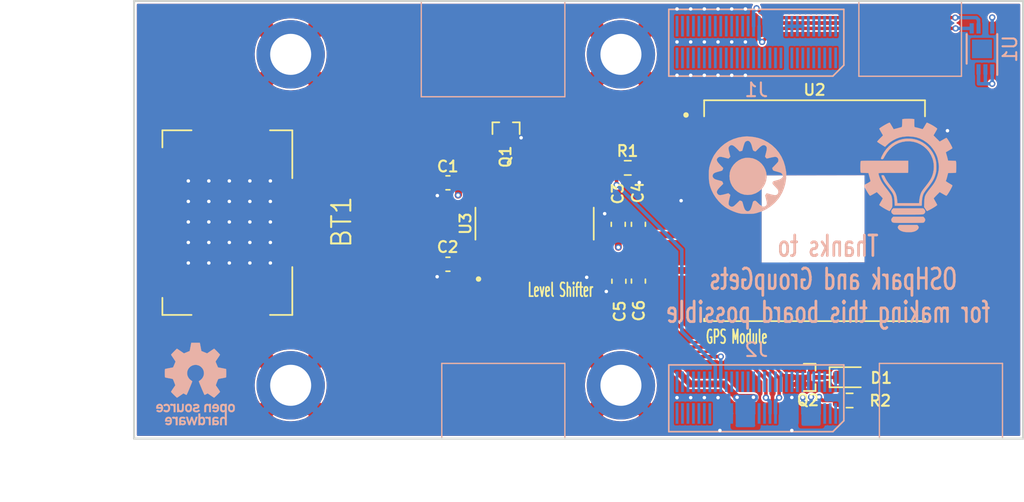
<source format=kicad_pcb>
(kicad_pcb (version 20171130) (host pcbnew 5.1.9-73d0e3b20d~88~ubuntu20.04.1)
  (title_block (title kimchi_ulid) (date 2019-12-15) (rev v0.1) (company GroupGets))
  (layers (0 F.Cu signal) (1 In1.Cu power) (2 In2.Cu power) (31 B.Cu signal) (34 B.Paste user) (35 F.Paste user) (36 B.SilkS user) (37 F.SilkS user) (38 B.Mask user) (39 F.Mask user) (44 Edge.Cuts user))
  (net 0 "")
  (net 1 GND)
  (net 2 VDD_5V)
  (net 3 VDD_1V8)
  (net 4 VDD_3V3)
  (net 5 I2C4_SCL)
  (net 6 I2C4_SDA)
  (net 7 /DISP_CK_P)
  (net 8 /DISP_D2_N)
  (net 9 /DISP_D2_P)
  (net 10 /DISP_D3_N)
  (net 11 /DISP_D3_P)
  (net 12 ECSPI2_MISO)
  (net 13 /CAM_D0_N)
  (net 14 ECSPI2_MOSI)
  (net 15 /CAM_D0_P)
  (net 16 ECSPI2_SS0)
  (net 17 /CAM_D1_N)
  (net 18 ECSPI2_SCLK)
  (net 19 /CAM_D1_P)
  (net 20 ECSPI1_MISO)
  (net 21 /CAM_CK_N)
  (net 22 ECSPI1_MOSI)
  (net 23 /CAM_CK_P)
  (net 24 ECSPI1_SS0)
  (net 25 /CAM_D2_N)
  (net 26 ECSPI1_SCLK)
  (net 27 /CAM_D2_P)
  (net 28 I2C1_SCL)
  (net 29 /CAM_D3_N)
  (net 30 I2C1_SDA)
  (net 31 /CAM_D3_P)
  (net 32 I2C2_SCL)
  (net 33 I2C2_SDA)
  (net 34 UIM_VPP)
  (net 35 I2C3_SCL)
  (net 36 UIM_RESET_N)
  (net 37 I2C3_SDA)
  (net 38 UIM_CLK)
  (net 39 UIM_DATA)
  (net 40 UIM_PWR)
  (net 41 USB2_VBUS)
  (net 42 USB2_ID)
  (net 43 USB2_DN)
  (net 44 USB2_DP)
  (net 45 /DISP_D0_N)
  (net 46 /DISP_D0_P)
  (net 47 /DISP_D1_N)
  (net 48 /DISP_D1_P)
  (net 49 /USDHC3_DATA2)
  (net 50 /DISP_CK_N)
  (net 51 /USDHC3_DATA1)
  (net 52 /USDHC3_DATA0)
  (net 53 /USDHC3_DATA3)
  (net 54 /USDHC3_CLK)
  (net 55 /USDHC3_CMD)
  (net 56 SAI3_TXFS)
  (net 57 SAI3_MCLK)
  (net 58 GPIO1[0])
  (net 59 GPIO1[1])
  (net 60 GPIO1[9])
  (net 61 GPIO1[10])
  (net 62 GPIO1[11])
  (net 63 GPIO1[12])
  (net 64 UART1_TX)
  (net 65 GPIO1[13])
  (net 66 UART1_RX)
  (net 67 GPIO1[14])
  (net 68 UART3_TX)
  (net 69 GPIO1[15])
  (net 70 UART3_RX)
  (net 71 SAI2_RXFS)
  (net 72 SAI2_MCLK)
  (net 73 SAI2_TXC)
  (net 74 SAI2_TXD0)
  (net 75 SAI2_RXC)
  (net 76 SAI2_TXFS)
  (net 77 SAI2_RXD0)
  (net 78 /ENET_TXC)
  (net 79 /ENET_TX_CTL)
  (net 80 "Net-(J2-Pad58)")
  (net 81 /ENET_TD2)
  (net 82 PCIE_USB_D_P)
  (net 83 /ENET_TD3)
  (net 84 PCIE_USB_D_N)
  (net 85 /ENET_TD0)
  (net 86 SAI3_TXC)
  (net 87 /ENET_TD1)
  (net 88 SAI3_TXD)
  (net 89 /ENET_RX_CTL)
  (net 90 SAI3_RXD)
  (net 91 /ENET_RXC)
  (net 92 SAI3_RXFS)
  (net 93 /ENET_RD0)
  (net 94 SAI3_RXC)
  (net 95 /ENET_RD2)
  (net 96 /ENET_RD1)
  (net 97 /ENET_RD3)
  (net 98 /ENET_MDC)
  (net 99 /ENET_MDIO)
  (net 100 "Net-(U2-Pad7)")
  (net 101 "Net-(U2-Pad8)")
  (net 102 "Net-(U2-Pad11)")
  (net 103 "Net-(U3-Pad10)")
  (net 104 "Net-(U3-Pad5)")
  (net 105 RESET)
  (net 106 RESET-GPIO)
  (net 107 1PPS)
  (net 108 /RXD1)
  (net 109 /TXD1)
  (net 110 V_BCKP)
  (net 111 "Net-(D1-Pad1)")
  (net 112 "Net-(D1-Pad2)")
  (module logo:oshpark_logo (layer B.Cu) (at 151.83354 106.75696)
    (fp_text reference G*** hide)
    (fp_text value LOGO hide)
  )
  (module logo:groupgets_logo (layer B.Cu) (at 163.608979 106.75696 180)
    (fp_text reference G*** hide)
    (fp_text value LOGO hide)
  )
  (module Resistor_SMD:R_0603_1608Metric (layer F.Cu) (at 159.32 123.21)
    (fp_text reference R2 (at 2.24 0.02) (layer F.SilkS) (effects (font (size 0.8 0.8))))
    (fp_text value 690 hide)
    (pad 2 smd roundrect (at 0.825 0) (size 0.8 0.95) (layers F.Cu F.Paste F.Mask) (net 112 "Net-(D1-Pad2)"))
    (pad 1 smd roundrect (at -0.825 0) (size 0.8 0.95) (layers F.Cu F.Paste F.Mask) (net 4 VDD_3V3))
  )
  (module LED_SMD:LED_0603_1608Metric (layer F.Cu) (at 159.34 121.51)
    (fp_text reference D1 (at 2.2949 0.0523) (layer F.SilkS) (effects (font (size 0.8 0.8))))
    (fp_text value LED hide)
    (pad 2 smd roundrect (at 0.7875 0) (size 0.875 0.95) (layers F.Cu F.Paste F.Mask) (net 112 "Net-(D1-Pad2)"))
    (pad 1 smd roundrect (at -0.7875 0) (size 0.875 0.95) (layers F.Cu F.Paste F.Mask) (net 111 "Net-(D1-Pad1)"))
  )
  (module gps:SOTFL50P160X85-3N (layer F.Cu) (at 156.4 121.52)
    (fp_text reference Q2 (at -0.1238 1.6785 180) (layer F.SilkS) (effects (font (size 0.8 0.8))))
    (fp_text value DTC143ZEBTL hide)
    (pad 3 smd rect (at 0.66 0) (size 0.81 0.35) (layers F.Cu F.Paste F.Mask) (net 111 "Net-(D1-Pad1)"))
    (pad 2 smd rect (at -0.66 0.5) (size 0.81 0.35) (layers F.Cu F.Paste F.Mask) (net 1 GND))
    (pad 1 smd rect (at -0.66 -0.5) (size 0.81 0.35) (layers F.Cu F.Paste F.Mask) (net 107 1PPS))
  )
  (module gps:SOTFL50P160X85-3N (layer F.Cu) (at 134.2 103.3 90)
    (fp_text reference Q1 (at -2.09 -0.04 90) (layer F.SilkS) (effects (font (size 0.8 0.8))))
    (fp_text value DTC143ZEBTL hide)
    (pad 3 smd rect (at 0.66 0 90) (size 0.81 0.35) (layers F.Cu F.Paste F.Mask) (net 105 RESET))
    (pad 2 smd rect (at -0.66 0.5 90) (size 0.81 0.35) (layers F.Cu F.Paste F.Mask) (net 1 GND))
    (pad 1 smd rect (at -0.66 -0.5 90) (size 0.81 0.35) (layers F.Cu F.Paste F.Mask) (net 106 RESET-GPIO))
  )
  (module Resistor_SMD:R_0603_1608Metric (layer F.Cu) (at 143.1 106.2)
    (fp_text reference R1 (at -0.02 -1.23 180) (layer F.SilkS) (effects (font (size 0.8 0.8))))
    (fp_text value 10K hide)
    (pad 2 smd roundrect (at 0.825 0) (size 0.8 0.95) (layers F.Cu F.Paste F.Mask) (net 1 GND))
    (pad 1 smd roundrect (at -0.825 0) (size 0.8 0.95) (layers F.Cu F.Paste F.Mask) (net 67 GPIO1[14]))
  )
  (module Capacitor_SMD:C_0603_1608Metric (layer F.Cu) (at 143.88 114.48 270)
    (fp_text reference C6 (at 2.16 -0.03 90) (layer F.SilkS) (effects (font (size 0.8 0.8))))
    (fp_text value 100n hide)
    (pad 2 smd roundrect (at 0.775 0 270) (size 0.9 0.95) (layers F.Cu F.Paste F.Mask) (net 1 GND))
    (pad 1 smd roundrect (at -0.775 0 270) (size 0.9 0.95) (layers F.Cu F.Paste F.Mask) (net 110 V_BCKP))
  )
  (module Capacitor_SMD:C_0603_1608Metric (layer F.Cu) (at 142.45 114.49 270)
    (fp_text reference C5 (at 2.21 -0.06 90) (layer F.SilkS) (effects (font (size 0.8 0.8))))
    (fp_text value 4,7uF hide)
    (pad 2 smd roundrect (at 0.775 0 270) (size 0.9 0.95) (layers F.Cu F.Paste F.Mask) (net 1 GND))
    (pad 1 smd roundrect (at -0.775 0 270) (size 0.9 0.95) (layers F.Cu F.Paste F.Mask) (net 110 V_BCKP))
  )
  (module Capacitor_SMD:C_0603_1608Metric (layer F.Cu) (at 143.8779 110.3279 90)
    (fp_text reference C4 (at 2.3279 -0.0379 270) (layer F.SilkS) (effects (font (size 0.8 0.8))))
    (fp_text value 100n hide)
    (pad 2 smd roundrect (at 0.775 0 90) (size 0.9 0.95) (layers F.Cu F.Paste F.Mask) (net 1 GND))
    (pad 1 smd roundrect (at -0.775 0 90) (size 0.9 0.95) (layers F.Cu F.Paste F.Mask) (net 4 VDD_3V3))
  )
  (module Capacitor_SMD:C_0603_1608Metric (layer F.Cu) (at 142.4047 110.3285 90)
    (fp_text reference C3 (at 2.2485 -0.0347 270) (layer F.SilkS) (effects (font (size 0.8 0.8))))
    (fp_text value 10uF hide)
    (pad 2 smd roundrect (at 0.775 0 90) (size 0.9 0.95) (layers F.Cu F.Paste F.Mask) (net 1 GND))
    (pad 1 smd roundrect (at -0.775 0 90) (size 0.9 0.95) (layers F.Cu F.Paste F.Mask) (net 4 VDD_3V3))
  )
  (module Capacitor_SMD:C_0603_1608Metric (layer F.Cu) (at 129.9489 113.2492 180)
    (fp_text reference C2 (at 0.0189 1.2592) (layer F.SilkS) (effects (font (size 0.8 0.8))))
    (fp_text value 100n hide)
    (pad 2 smd roundrect (at 0.775 0 180) (size 0.9 0.95) (layers F.Cu F.Paste F.Mask) (net 1 GND))
    (pad 1 smd roundrect (at -0.775 0 180) (size 0.9 0.95) (layers F.Cu F.Paste F.Mask) (net 3 VDD_1V8))
  )
  (module Capacitor_SMD:C_0603_1608Metric (layer F.Cu) (at 129.9486 107.2929 180)
    (fp_text reference C1 (at 0.0124 1.1938) (layer F.SilkS) (effects (font (size 0.8 0.8))))
    (fp_text value 100n hide)
    (pad 2 smd roundrect (at 0.775 0 180) (size 0.9 0.95) (layers F.Cu F.Paste F.Mask) (net 1 GND))
    (pad 1 smd roundrect (at -0.775 0 180) (size 0.9 0.95) (layers F.Cu F.Paste F.Mask) (net 4 VDD_3V3))
  )
  (module gps:BAT_BAT-HLD-012-SMT (layer F.Cu) (at 114.0187 110.204 270)
    (fp_text reference BT1 (at -0.044 -8.1513 90) (layer F.SilkS) (effects (font (size 1.4 1.4))))
    (fp_text value BAT-HLD-012-SMT hide)
    (pad P2 smd rect (at 7.65 -0.05 270) (size 2.5 5.1) (layers F.Cu F.Paste F.Mask) (net 110 V_BCKP))
    (pad P1 smd rect (at -7.65 -0.05 270) (size 2.5 5.1) (layers F.Cu F.Paste F.Mask) (net 110 V_BCKP))
    (pad N smd circle (at 0 0 270) (size 10.2 10.2) (layers F.Cu F.Mask) (net 1 GND))
  )
  (module gps:SOIC127P600X175-14N (layer F.Cu) (at 136.2862 110.2789 90)
    (fp_text reference U3 (at 0.0015 -5.0546 90) (layer F.SilkS) (effects (font (size 0.8 0.8))))
    (fp_text value TXS0104ED hide)
    (pad 14 smd rect (at 2.475 -3.81 90) (size 1.97 0.6) (layers F.Cu F.Paste F.Mask) (net 4 VDD_3V3))
    (pad 13 smd rect (at 2.475 -2.54 90) (size 1.97 0.6) (layers F.Cu F.Paste F.Mask) (net 106 RESET-GPIO))
    (pad 12 smd rect (at 2.475 -1.27 90) (size 1.97 0.6) (layers F.Cu F.Paste F.Mask) (net 108 /RXD1))
    (pad 11 smd rect (at 2.475 0 90) (size 1.97 0.6) (layers F.Cu F.Paste F.Mask) (net 109 /TXD1))
    (pad 10 smd rect (at 2.475 1.27 90) (size 1.97 0.6) (layers F.Cu F.Paste F.Mask) (net 103 "Net-(U3-Pad10)"))
    (pad 9 smd rect (at 2.475 2.54 90) (size 1.97 0.6) (layers F.Cu F.Paste F.Mask))
    (pad 8 smd rect (at 2.475 3.81 90) (size 1.97 0.6) (layers F.Cu F.Paste F.Mask) (net 67 GPIO1[14]))
    (pad 7 smd rect (at -2.475 3.81 90) (size 1.97 0.6) (layers F.Cu F.Paste F.Mask) (net 1 GND))
    (pad 6 smd rect (at -2.475 2.54 90) (size 1.97 0.6) (layers F.Cu F.Paste F.Mask))
    (pad 5 smd rect (at -2.475 1.27 90) (size 1.97 0.6) (layers F.Cu F.Paste F.Mask) (net 104 "Net-(U3-Pad5)"))
    (pad 4 smd rect (at -2.475 0 90) (size 1.97 0.6) (layers F.Cu F.Paste F.Mask) (net 70 UART3_RX))
    (pad 3 smd rect (at -2.475 -1.27 90) (size 1.97 0.6) (layers F.Cu F.Paste F.Mask) (net 68 UART3_TX))
    (pad 2 smd rect (at -2.475 -2.54 90) (size 1.97 0.6) (layers F.Cu F.Paste F.Mask) (net 69 GPIO1[15]))
    (pad 1 smd rect (at -2.475 -3.81 90) (size 1.97 0.6) (layers F.Cu F.Paste F.Mask) (net 3 VDD_1V8))
  )
  (module gps:XCVR_L80RE-M37 (layer F.Cu) (at 156.7586 109.8329)
    (fp_text reference U2 (at 0 -9.3345) (layer F.SilkS) (effects (font (size 0.8 0.8))))
    (fp_text value L80RE-M37 hide)
    (pad 7 smd oval (at 7.75 6.35) (size 2.5 1) (layers F.Cu F.Mask) (net 100 "Net-(U2-Pad7)"))
    (pad 8 smd oval (at 7.75 3.81) (size 2.5 1) (layers F.Cu F.Mask) (net 101 "Net-(U2-Pad8)"))
    (pad 9 smd oval (at 7.75 1.27) (size 2.5 1) (layers F.Cu F.Mask))
    (pad 12 smd oval (at 7.75 -6.35) (size 2.5 1) (layers F.Cu F.Mask) (net 1 GND))
    (pad 11 smd oval (at 7.75 -3.81) (size 2.5 1) (layers F.Cu F.Mask) (net 102 "Net-(U2-Pad11)"))
    (pad 6 smd oval (at -7.75 6.35) (size 2.5 1) (layers F.Cu F.Mask) (net 107 1PPS))
    (pad 5 smd oval (at -7.75 3.81) (size 2.5 1) (layers F.Cu F.Mask) (net 110 V_BCKP))
    (pad 1 smd oval (at -7.75 -6.35) (size 2.5 1) (layers F.Cu F.Mask) (net 108 /RXD1))
    (pad 2 smd oval (at -7.75 -3.81) (size 2.5 1) (layers F.Cu F.Mask) (net 109 /TXD1))
    (pad 4 smd oval (at -7.75 1.27) (size 2.5 1) (layers F.Cu F.Mask) (net 4 VDD_3V3))
    (pad 10 smd oval (at 7.75 -1.27) (size 2.5 1) (layers F.Cu F.Mask) (net 105 RESET))
    (pad 3 smd oval (at -7.75 -1.27) (size 2.5 1) (layers F.Cu F.Mask) (net 1 GND))
  )
  (module kimchi_ulid:MountingHole_3mm_Pad (layer F.Cu) (at 142.6 122.1)
    (fp_text reference H4 hide)
    (fp_text value MountingHole_Pad hide)
    (pad 1 thru_hole circle (at 0 0) (size 5 5) (drill 3) (layers *.Cu *.Mask) (net 1 GND))
  )
  (module kimchi_ulid:MountingHole_3mm_Pad (layer F.Cu) (at 142.6 97.9)
    (fp_text reference H3 hide)
    (fp_text value MountingHole_Pad hide)
    (pad 1 thru_hole circle (at 0 0) (size 5 5) (drill 3) (layers *.Cu *.Mask) (net 1 GND))
  )
  (module kimchi_ulid:MountingHole_3mm_Pad (layer F.Cu) (at 118.45 122.1)
    (fp_text reference H2 hide)
    (fp_text value MountingHole_Pad hide)
    (pad 1 thru_hole circle (at 0 0) (size 5 5) (drill 3) (layers *.Cu *.Mask) (net 1 GND))
  )
  (module kimchi_ulid:MountingHole_3mm_Pad (layer F.Cu) (at 118.45 97.9)
    (fp_text reference H1 hide)
    (fp_text value MountingHole_Pad hide)
    (pad 1 thru_hole circle (at 0 0) (size 5 5) (drill 3) (layers *.Cu *.Mask) (net 1 GND))
  )
  (module "kimchi_ulid:DF40HC(3.5)-60DS" (layer B.Cu) (at 152.5 123 180)
    (fp_text reference J2 (at 0 3.5 180) (layer B.SilkS) (effects (justify mirror)))
    (fp_text value "DF40HC(3.5)-60DS" hide)
    (pad 36 smd rect (at 3.8 -1.16 180) (size 0.2 1.5) (layers B.Cu B.Paste B.Mask) (net 56 SAI3_TXFS))
    (pad 37 smd rect (at 3.4 -1.16 180) (size 0.2 1.5) (layers B.Cu B.Paste B.Mask) (net 57 SAI3_MCLK))
    (pad 38 smd rect (at 3 -1.16 180) (size 0.2 1.5) (layers B.Cu B.Paste B.Mask) (net 1 GND))
    (pad 39 smd rect (at 2.6 -1.16 180) (size 0.2 1.5) (layers B.Cu B.Paste B.Mask) (net 1 GND))
    (pad 40 smd rect (at 2.2 -1.16 180) (size 0.2 1.5) (layers B.Cu B.Paste B.Mask) (net 1 GND))
    (pad 30 smd rect (at 5.8 1.16 180) (size 0.2 1.5) (layers B.Cu B.Paste B.Mask) (net 58 GPIO1[0]))
    (pad 41 smd rect (at 1.8 -1.16 180) (size 0.2 1.5) (layers B.Cu B.Paste B.Mask) (net 1 GND))
    (pad 29 smd rect (at 5.4 1.16 180) (size 0.2 1.5) (layers B.Cu B.Paste B.Mask) (net 59 GPIO1[1]))
    (pad 42 smd rect (at 1.4 -1.16 180) (size 0.2 1.5) (layers B.Cu B.Paste B.Mask) (net 3 VDD_1V8))
    (pad 28 smd rect (at 5 1.16 180) (size 0.2 1.5) (layers B.Cu B.Paste B.Mask) (net 60 GPIO1[9]))
    (pad 43 smd rect (at 1 -1.16 180) (size 0.2 1.5) (layers B.Cu B.Paste B.Mask) (net 3 VDD_1V8))
    (pad 27 smd rect (at 4.6 1.16 180) (size 0.2 1.5) (layers B.Cu B.Paste B.Mask) (net 61 GPIO1[10]))
    (pad 44 smd rect (at 0.6 -1.16 180) (size 0.2 1.5) (layers B.Cu B.Paste B.Mask) (net 3 VDD_1V8))
    (pad 26 smd rect (at 4.2 1.16 180) (size 0.2 1.5) (layers B.Cu B.Paste B.Mask) (net 62 GPIO1[11]))
    (pad 45 smd rect (at 0.2 -1.16 180) (size 0.2 1.5) (layers B.Cu B.Paste B.Mask) (net 3 VDD_1V8))
    (pad 25 smd rect (at 3.8 1.16 180) (size 0.2 1.5) (layers B.Cu B.Paste B.Mask) (net 63 GPIO1[12]))
    (pad 46 smd rect (at -0.2 -1.16 180) (size 0.2 1.5) (layers B.Cu B.Paste B.Mask) (net 64 UART1_TX))
    (pad 24 smd rect (at 3.4 1.16 180) (size 0.2 1.5) (layers B.Cu B.Paste B.Mask) (net 65 GPIO1[13]))
    (pad 47 smd rect (at -0.6 -1.16 180) (size 0.2 1.5) (layers B.Cu B.Paste B.Mask) (net 66 UART1_RX))
    (pad 23 smd rect (at 3 1.16 180) (size 0.2 1.5) (layers B.Cu B.Paste B.Mask) (net 67 GPIO1[14]))
    (pad 48 smd rect (at -1 -1.16 180) (size 0.2 1.5) (layers B.Cu B.Paste B.Mask) (net 68 UART3_TX))
    (pad 22 smd rect (at 2.6 1.16 180) (size 0.2 1.5) (layers B.Cu B.Paste B.Mask) (net 69 GPIO1[15]))
    (pad 49 smd rect (at -1.4 -1.16 180) (size 0.2 1.5) (layers B.Cu B.Paste B.Mask) (net 70 UART3_RX))
    (pad 21 smd rect (at 2.2 1.16 180) (size 0.2 1.5) (layers B.Cu B.Paste B.Mask) (net 71 SAI2_RXFS))
    (pad 50 smd rect (at -1.8 -1.16 180) (size 0.2 1.5) (layers B.Cu B.Paste B.Mask) (net 1 GND))
    (pad 20 smd rect (at 1.8 1.16 180) (size 0.2 1.5) (layers B.Cu B.Paste B.Mask) (net 72 SAI2_MCLK))
    (pad 51 smd rect (at -2.2 -1.16 180) (size 0.2 1.5) (layers B.Cu B.Paste B.Mask) (net 1 GND))
    (pad 19 smd rect (at 1.4 1.16 180) (size 0.2 1.5) (layers B.Cu B.Paste B.Mask) (net 73 SAI2_TXC))
    (pad 52 smd rect (at -2.6 -1.16 180) (size 0.2 1.5) (layers B.Cu B.Paste B.Mask) (net 1 GND))
    (pad 18 smd rect (at 1 1.16 180) (size 0.2 1.5) (layers B.Cu B.Paste B.Mask) (net 74 SAI2_TXD0))
    (pad 53 smd rect (at -3 -1.16 180) (size 0.2 1.5) (layers B.Cu B.Paste B.Mask) (net 1 GND))
    (pad 17 smd rect (at 0.6 1.16 180) (size 0.2 1.5) (layers B.Cu B.Paste B.Mask) (net 75 SAI2_RXC))
    (pad 54 smd rect (at -3.4 -1.16 180) (size 0.2 1.5) (layers B.Cu B.Paste B.Mask) (net 4 VDD_3V3))
    (pad 16 smd rect (at 0.2 1.16 180) (size 0.2 1.5) (layers B.Cu B.Paste B.Mask) (net 76 SAI2_TXFS))
    (pad 55 smd rect (at -3.8 -1.16 180) (size 0.2 1.5) (layers B.Cu B.Paste B.Mask) (net 4 VDD_3V3))
    (pad 15 smd rect (at -0.2 1.16 180) (size 0.2 1.5) (layers B.Cu B.Paste B.Mask) (net 77 SAI2_RXD0))
    (pad 56 smd rect (at -4.2 -1.16 180) (size 0.2 1.5) (layers B.Cu B.Paste B.Mask) (net 4 VDD_3V3))
    (pad 14 smd rect (at -0.6 1.16 180) (size 0.2 1.5) (layers B.Cu B.Paste B.Mask) (net 78 /ENET_TXC))
    (pad 57 smd rect (at -4.6 -1.16 180) (size 0.2 1.5) (layers B.Cu B.Paste B.Mask) (net 4 VDD_3V3))
    (pad 13 smd rect (at -1 1.16 180) (size 0.2 1.5) (layers B.Cu B.Paste B.Mask) (net 79 /ENET_TX_CTL))
    (pad 58 smd rect (at -5 -1.16 180) (size 0.2 1.5) (layers B.Cu B.Paste B.Mask) (net 80 "Net-(J2-Pad58)"))
    (pad 12 smd rect (at -1.4 1.16 180) (size 0.2 1.5) (layers B.Cu B.Paste B.Mask) (net 81 /ENET_TD2))
    (pad 59 smd rect (at -5.4 -1.16 180) (size 0.2 1.5) (layers B.Cu B.Paste B.Mask) (net 82 PCIE_USB_D_P))
    (pad 11 smd rect (at -1.8 1.16 180) (size 0.2 1.5) (layers B.Cu B.Paste B.Mask) (net 83 /ENET_TD3))
    (pad 60 smd rect (at -5.8 -1.16 180) (size 0.2 1.5) (layers B.Cu B.Paste B.Mask) (net 84 PCIE_USB_D_N))
    (pad 10 smd rect (at -2.2 1.16 180) (size 0.2 1.5) (layers B.Cu B.Paste B.Mask) (net 85 /ENET_TD0))
    (pad 31 smd rect (at 5.8 -1.16 180) (size 0.2 1.5) (layers B.Cu B.Paste B.Mask) (net 86 SAI3_TXC))
    (pad 9 smd rect (at -2.6 1.16 180) (size 0.2 1.5) (layers B.Cu B.Paste B.Mask) (net 87 /ENET_TD1))
    (pad 32 smd rect (at 5.4 -1.16 180) (size 0.2 1.5) (layers B.Cu B.Paste B.Mask) (net 88 SAI3_TXD))
    (pad 8 smd rect (at -3 1.16 180) (size 0.2 1.5) (layers B.Cu B.Paste B.Mask) (net 89 /ENET_RX_CTL))
    (pad 33 smd rect (at 5 -1.16 180) (size 0.2 1.5) (layers B.Cu B.Paste B.Mask) (net 90 SAI3_RXD))
    (pad 7 smd rect (at -3.4 1.16 180) (size 0.2 1.5) (layers B.Cu B.Paste B.Mask) (net 91 /ENET_RXC))
    (pad 34 smd rect (at 4.6 -1.16 180) (size 0.2 1.5) (layers B.Cu B.Paste B.Mask) (net 92 SAI3_RXFS))
    (pad 6 smd rect (at -3.8 1.16 180) (size 0.2 1.5) (layers B.Cu B.Paste B.Mask) (net 93 /ENET_RD0))
    (pad 35 smd rect (at 4.2 -1.16 180) (size 0.2 1.5) (layers B.Cu B.Paste B.Mask) (net 94 SAI3_RXC))
    (pad 5 smd rect (at -4.2 1.16 180) (size 0.2 1.5) (layers B.Cu B.Paste B.Mask) (net 95 /ENET_RD2))
    (pad 4 smd rect (at -4.6 1.16 180) (size 0.2 1.5) (layers B.Cu B.Paste B.Mask) (net 96 /ENET_RD1))
    (pad 3 smd rect (at -5 1.16 180) (size 0.2 1.5) (layers B.Cu B.Paste B.Mask) (net 97 /ENET_RD3))
    (pad 2 smd rect (at -5.4 1.16 180) (size 0.2 1.5) (layers B.Cu B.Paste B.Mask) (net 98 /ENET_MDC))
    (pad 1 smd rect (at -5.8 1.16 180) (size 0.2 1.5) (layers B.Cu B.Paste B.Mask) (net 99 /ENET_MDIO))
  )
  (module "kimchi_ulid:DF40HC(3.5)-60DS" (layer B.Cu) (at 152.5 97 180)
    (fp_text reference J1 (at 0 -3.5) (layer B.SilkS) (effects (justify mirror)))
    (fp_text value "DF40HC(3.5)-60DS" hide)
    (pad 36 smd rect (at 3.8 -1.16 180) (size 0.2 1.5) (layers B.Cu B.Paste B.Mask) (net 7 /DISP_CK_P))
    (pad 37 smd rect (at 3.4 -1.16 180) (size 0.2 1.5) (layers B.Cu B.Paste B.Mask) (net 8 /DISP_D2_N))
    (pad 38 smd rect (at 3 -1.16 180) (size 0.2 1.5) (layers B.Cu B.Paste B.Mask) (net 9 /DISP_D2_P))
    (pad 39 smd rect (at 2.6 -1.16 180) (size 0.2 1.5) (layers B.Cu B.Paste B.Mask) (net 10 /DISP_D3_N))
    (pad 40 smd rect (at 2.2 -1.16 180) (size 0.2 1.5) (layers B.Cu B.Paste B.Mask) (net 11 /DISP_D3_P))
    (pad 30 smd rect (at 5.8 1.16 180) (size 0.2 1.5) (layers B.Cu B.Paste B.Mask) (net 12 ECSPI2_MISO))
    (pad 41 smd rect (at 1.8 -1.16 180) (size 0.2 1.5) (layers B.Cu B.Paste B.Mask) (net 13 /CAM_D0_N))
    (pad 29 smd rect (at 5.4 1.16 180) (size 0.2 1.5) (layers B.Cu B.Paste B.Mask) (net 14 ECSPI2_MOSI))
    (pad 42 smd rect (at 1.4 -1.16 180) (size 0.2 1.5) (layers B.Cu B.Paste B.Mask) (net 15 /CAM_D0_P))
    (pad 28 smd rect (at 5 1.16 180) (size 0.2 1.5) (layers B.Cu B.Paste B.Mask) (net 16 ECSPI2_SS0))
    (pad 43 smd rect (at 1 -1.16 180) (size 0.2 1.5) (layers B.Cu B.Paste B.Mask) (net 17 /CAM_D1_N))
    (pad 27 smd rect (at 4.6 1.16 180) (size 0.2 1.5) (layers B.Cu B.Paste B.Mask) (net 18 ECSPI2_SCLK))
    (pad 44 smd rect (at 0.6 -1.16 180) (size 0.2 1.5) (layers B.Cu B.Paste B.Mask) (net 19 /CAM_D1_P))
    (pad 26 smd rect (at 4.2 1.16 180) (size 0.2 1.5) (layers B.Cu B.Paste B.Mask) (net 20 ECSPI1_MISO))
    (pad 45 smd rect (at 0.2 -1.16 180) (size 0.2 1.5) (layers B.Cu B.Paste B.Mask) (net 21 /CAM_CK_N))
    (pad 25 smd rect (at 3.8 1.16 180) (size 0.2 1.5) (layers B.Cu B.Paste B.Mask) (net 22 ECSPI1_MOSI))
    (pad 46 smd rect (at -0.2 -1.16 180) (size 0.2 1.5) (layers B.Cu B.Paste B.Mask) (net 23 /CAM_CK_P))
    (pad 24 smd rect (at 3.4 1.16 180) (size 0.2 1.5) (layers B.Cu B.Paste B.Mask) (net 24 ECSPI1_SS0))
    (pad 47 smd rect (at -0.6 -1.16 180) (size 0.2 1.5) (layers B.Cu B.Paste B.Mask) (net 25 /CAM_D2_N))
    (pad 23 smd rect (at 3 1.16 180) (size 0.2 1.5) (layers B.Cu B.Paste B.Mask) (net 26 ECSPI1_SCLK))
    (pad 48 smd rect (at -1 -1.16 180) (size 0.2 1.5) (layers B.Cu B.Paste B.Mask) (net 27 /CAM_D2_P))
    (pad 22 smd rect (at 2.6 1.16 180) (size 0.2 1.5) (layers B.Cu B.Paste B.Mask) (net 28 I2C1_SCL))
    (pad 49 smd rect (at -1.4 -1.16 180) (size 0.2 1.5) (layers B.Cu B.Paste B.Mask) (net 29 /CAM_D3_N))
    (pad 21 smd rect (at 2.2 1.16 180) (size 0.2 1.5) (layers B.Cu B.Paste B.Mask) (net 30 I2C1_SDA))
    (pad 50 smd rect (at -1.8 -1.16 180) (size 0.2 1.5) (layers B.Cu B.Paste B.Mask) (net 31 /CAM_D3_P))
    (pad 20 smd rect (at 1.8 1.16 180) (size 0.2 1.5) (layers B.Cu B.Paste B.Mask) (net 32 I2C2_SCL))
    (pad 51 smd rect (at -2.2 -1.16 180) (size 0.2 1.5) (layers B.Cu B.Paste B.Mask) (net 1 GND))
    (pad 19 smd rect (at 1.4 1.16 180) (size 0.2 1.5) (layers B.Cu B.Paste B.Mask) (net 33 I2C2_SDA))
    (pad 52 smd rect (at -2.6 -1.16 180) (size 0.2 1.5) (layers B.Cu B.Paste B.Mask) (net 34 UIM_VPP))
    (pad 18 smd rect (at 1 1.16 180) (size 0.2 1.5) (layers B.Cu B.Paste B.Mask) (net 35 I2C3_SCL))
    (pad 53 smd rect (at -3 -1.16 180) (size 0.2 1.5) (layers B.Cu B.Paste B.Mask) (net 36 UIM_RESET_N))
    (pad 17 smd rect (at 0.6 1.16 180) (size 0.2 1.5) (layers B.Cu B.Paste B.Mask) (net 37 I2C3_SDA))
    (pad 54 smd rect (at -3.4 -1.16 180) (size 0.2 1.5) (layers B.Cu B.Paste B.Mask) (net 38 UIM_CLK))
    (pad 16 smd rect (at 0.2 1.16 180) (size 0.2 1.5) (layers B.Cu B.Paste B.Mask) (net 5 I2C4_SCL))
    (pad 55 smd rect (at -3.8 -1.16 180) (size 0.2 1.5) (layers B.Cu B.Paste B.Mask) (net 39 UIM_DATA))
    (pad 15 smd rect (at -0.2 1.16 180) (size 0.2 1.5) (layers B.Cu B.Paste B.Mask) (net 6 I2C4_SDA))
    (pad 56 smd rect (at -4.2 -1.16 180) (size 0.2 1.5) (layers B.Cu B.Paste B.Mask) (net 40 UIM_PWR))
    (pad 14 smd rect (at -0.6 1.16 180) (size 0.2 1.5) (layers B.Cu B.Paste B.Mask) (net 1 GND))
    (pad 57 smd rect (at -4.6 -1.16 180) (size 0.2 1.5) (layers B.Cu B.Paste B.Mask) (net 41 USB2_VBUS))
    (pad 13 smd rect (at -1 1.16 180) (size 0.2 1.5) (layers B.Cu B.Paste B.Mask) (net 1 GND))
    (pad 58 smd rect (at -5 -1.16 180) (size 0.2 1.5) (layers B.Cu B.Paste B.Mask) (net 42 USB2_ID))
    (pad 12 smd rect (at -1.4 1.16 180) (size 0.2 1.5) (layers B.Cu B.Paste B.Mask) (net 1 GND))
    (pad 59 smd rect (at -5.4 -1.16 180) (size 0.2 1.5) (layers B.Cu B.Paste B.Mask) (net 43 USB2_DN))
    (pad 11 smd rect (at -1.8 1.16 180) (size 0.2 1.5) (layers B.Cu B.Paste B.Mask) (net 1 GND))
    (pad 60 smd rect (at -5.8 -1.16 180) (size 0.2 1.5) (layers B.Cu B.Paste B.Mask) (net 44 USB2_DP))
    (pad 10 smd rect (at -2.2 1.16 180) (size 0.2 1.5) (layers B.Cu B.Paste B.Mask) (net 2 VDD_5V))
    (pad 31 smd rect (at 5.8 -1.16 180) (size 0.2 1.5) (layers B.Cu B.Paste B.Mask) (net 45 /DISP_D0_N))
    (pad 9 smd rect (at -2.6 1.16 180) (size 0.2 1.5) (layers B.Cu B.Paste B.Mask) (net 2 VDD_5V))
    (pad 32 smd rect (at 5.4 -1.16 180) (size 0.2 1.5) (layers B.Cu B.Paste B.Mask) (net 46 /DISP_D0_P))
    (pad 8 smd rect (at -3 1.16 180) (size 0.2 1.5) (layers B.Cu B.Paste B.Mask) (net 2 VDD_5V))
    (pad 33 smd rect (at 5 -1.16 180) (size 0.2 1.5) (layers B.Cu B.Paste B.Mask) (net 47 /DISP_D1_N))
    (pad 7 smd rect (at -3.4 1.16 180) (size 0.2 1.5) (layers B.Cu B.Paste B.Mask) (net 2 VDD_5V))
    (pad 34 smd rect (at 4.6 -1.16 180) (size 0.2 1.5) (layers B.Cu B.Paste B.Mask) (net 48 /DISP_D1_P))
    (pad 6 smd rect (at -3.8 1.16 180) (size 0.2 1.5) (layers B.Cu B.Paste B.Mask) (net 49 /USDHC3_DATA2))
    (pad 35 smd rect (at 4.2 -1.16 180) (size 0.2 1.5) (layers B.Cu B.Paste B.Mask) (net 50 /DISP_CK_N))
    (pad 5 smd rect (at -4.2 1.16 180) (size 0.2 1.5) (layers B.Cu B.Paste B.Mask) (net 51 /USDHC3_DATA1))
    (pad 4 smd rect (at -4.6 1.16 180) (size 0.2 1.5) (layers B.Cu B.Paste B.Mask) (net 52 /USDHC3_DATA0))
    (pad 3 smd rect (at -5 1.16 180) (size 0.2 1.5) (layers B.Cu B.Paste B.Mask) (net 53 /USDHC3_DATA3))
    (pad 2 smd rect (at -5.4 1.16 180) (size 0.2 1.5) (layers B.Cu B.Paste B.Mask) (net 54 /USDHC3_CLK))
    (pad 1 smd rect (at -5.8 1.16 180) (size 0.2 1.5) (layers B.Cu B.Paste B.Mask) (net 55 /USDHC3_CMD))
  )
  (module Package_DFN_QFN:DFN-8-1EP_3x2mm_P0.5mm_EP1.36x1.46mm (layer B.Cu) (at 169 97.5 90)
    (fp_text reference U1 (at 0 2.05 270) (layer B.SilkS) (effects (justify mirror)))
    (fp_text value 24C32 hide)
    (pad 9 smd rect (at 0 0 90) (size 1.36 1.46) (layers B.Cu B.Mask))
    (pad 8 smd rect (at 1.5 0.75 90) (size 0.75 0.3) (layers B.Cu B.Paste B.Mask) (net 4 VDD_3V3))
    (pad 7 smd rect (at 1.5 0.25 90) (size 0.75 0.3) (layers B.Cu B.Paste B.Mask) (net 1 GND))
    (pad 6 smd rect (at 1.5 -0.25 90) (size 0.75 0.3) (layers B.Cu B.Paste B.Mask) (net 5 I2C4_SCL))
    (pad 5 smd rect (at 1.5 -0.75 90) (size 0.75 0.3) (layers B.Cu B.Paste B.Mask) (net 6 I2C4_SDA))
    (pad 4 smd rect (at -1.5 -0.75 90) (size 0.75 0.3) (layers B.Cu B.Paste B.Mask) (net 1 GND))
    (pad 3 smd rect (at -1.5 -0.25 90) (size 0.75 0.3) (layers B.Cu B.Paste B.Mask) (net 4 VDD_3V3))
    (pad 2 smd rect (at -1.5 0.25 90) (size 0.75 0.3) (layers B.Cu B.Paste B.Mask) (net 4 VDD_3V3))
    (pad 1 smd rect (at -1.5 0.75 90) (size 0.75 0.3) (layers B.Cu B.Paste B.Mask) (net 4 VDD_3V3))
  )
  (module Symbol:OSHW-Logo_5.7x6mm_SilkScreen (layer B.Cu) (at 111.5 122 180)
    (fp_text reference LOGO1 hide)
    (fp_text value Logo_Open_Hardware_Small hide)
  )
  (gr_text "GPS Module" (at 151.069 118.55272) (layer F.SilkS) (effects (font (size 1 0.5) (thickness 0.125))))
  (gr_text "Level Shifter" (at 138.18612 115.12372) (layer F.SilkS) (effects (font (size 1 0.5) (thickness 0.125))))
  (gr_text "Thanks to\nOSHpark and GroupGets \nfor making this board possible" (at 157.737303 114.3414) (layer B.SilkS) (effects (font (size 1.5 1) (thickness 0.2)) (justify mirror)))
  (gr_line (start 170.5 120.5) (end 161.5 120.5) (layer B.SilkS) (width 0.1))
  (gr_line (start 170.5 126) (end 170.5 120.5) (layer B.SilkS) (width 0.1))
  (gr_line (start 161.5 126) (end 170.5 126) (layer B.SilkS) (width 0.1))
  (gr_line (start 161.5 120.5) (end 161.5 126) (layer B.SilkS) (width 0.1))
  (gr_line (start 138.5 120.5) (end 129.5 120.5) (layer B.SilkS) (width 0.1))
  (gr_line (start 138.5 126) (end 138.5 120.5) (layer B.SilkS) (width 0.1))
  (gr_line (start 129.5 126) (end 138.5 126) (layer B.SilkS) (width 0.1))
  (gr_line (start 129.5 120.5) (end 129.5 126) (layer B.SilkS) (width 0.1))
  (gr_line (start 138.5 94) (end 128 94) (layer B.SilkS) (width 0.1))
  (gr_line (start 138.5 101) (end 138.5 94) (layer B.SilkS) (width 0.1))
  (gr_line (start 128 101) (end 138.5 101) (layer B.SilkS) (width 0.1))
  (gr_line (start 128 94) (end 128 101) (layer B.SilkS) (width 0.1))
  (gr_line (start 167.5 94) (end 160 94) (layer B.SilkS) (width 0.1))
  (gr_line (start 167.5 99.5) (end 167.5 94) (layer B.SilkS) (width 0.1))
  (gr_line (start 160 99.5) (end 167.5 99.5) (layer B.SilkS) (width 0.1))
  (gr_line (start 160 94) (end 160 99.5) (layer B.SilkS) (width 0.1))
  (gr_line (start 107 126) (end 107 94) (layer Edge.Cuts) (width 0.15))
  (gr_line (start 172 126) (end 107 126) (layer Edge.Cuts) (width 0.15))
  (gr_line (start 172 94) (end 172 126) (layer Edge.Cuts) (width 0.15))
  (gr_line (start 107 94) (end 172 94) (layer Edge.Cuts) (width 0.15))
  (via (at 116.9651 107.156) (size 0.4572) (drill 0.254) (layers F.Cu B.Cu) (net 1))
  (via (at 146.7002 96.9932) (size 0.4572) (drill 0.254) (layers F.Cu B.Cu) (net 1))
  (via (at 146.7002 94.5802) (size 0.4572) (drill 0.254) (layers F.Cu B.Cu) (net 1))
  (via (at 146.7002 99.4316) (size 0.4572) (drill 0.254) (layers F.Cu B.Cu) (net 1))
  (via (at 147.7002 94.5802) (size 0.4572) (drill 0.254) (layers F.Cu B.Cu) (net 1))
  (via (at 148.7002 94.5802) (size 0.4572) (drill 0.254) (layers F.Cu B.Cu) (net 1))
  (via (at 149.7002 94.5802) (size 0.4572) (drill 0.254) (layers F.Cu B.Cu) (net 1))
  (via (at 150.7002 94.5802) (size 0.4572) (drill 0.254) (layers F.Cu B.Cu) (net 1))
  (via (at 151.7002 94.5802) (size 0.4572) (drill 0.254) (layers F.Cu B.Cu) (net 1))
  (via (at 147.7002 96.9932) (size 0.4572) (drill 0.254) (layers F.Cu B.Cu) (net 1))
  (via (at 148.7002 96.9932) (size 0.4572) (drill 0.254) (layers F.Cu B.Cu) (net 1))
  (via (at 149.7002 96.9932) (size 0.4572) (drill 0.254) (layers F.Cu B.Cu) (net 1))
  (via (at 150.7002 96.9932) (size 0.4572) (drill 0.254) (layers F.Cu B.Cu) (net 1))
  (via (at 151.7002 96.9932) (size 0.4572) (drill 0.254) (layers F.Cu B.Cu) (net 1))
  (via (at 147.7002 99.4316) (size 0.4572) (drill 0.254) (layers F.Cu B.Cu) (net 1))
  (via (at 148.7002 99.4316) (size 0.4572) (drill 0.254) (layers F.Cu B.Cu) (net 1))
  (via (at 149.7002 99.4316) (size 0.4572) (drill 0.254) (layers F.Cu B.Cu) (net 1))
  (via (at 150.7002 99.4316) (size 0.4572) (drill 0.254) (layers F.Cu B.Cu) (net 1))
  (via (at 151.7002 99.4316) (size 0.4572) (drill 0.254) (layers F.Cu B.Cu) (net 1))
  (via (at 116.9651 108.656) (size 0.4572) (drill 0.254) (layers F.Cu B.Cu) (net 1))
  (via (at 116.9651 110.156) (size 0.4572) (drill 0.254) (layers F.Cu B.Cu) (net 1))
  (via (at 116.9651 111.656) (size 0.4572) (drill 0.254) (layers F.Cu B.Cu) (net 1))
  (via (at 116.9651 113.156) (size 0.4572) (drill 0.254) (layers F.Cu B.Cu) (net 1))
  (via (at 115.4651 107.156) (size 0.4572) (drill 0.254) (layers F.Cu B.Cu) (net 1))
  (via (at 115.4651 108.656) (size 0.4572) (drill 0.254) (layers F.Cu B.Cu) (net 1))
  (via (at 115.4651 110.156) (size 0.4572) (drill 0.254) (layers F.Cu B.Cu) (net 1))
  (via (at 115.4651 111.655999) (size 0.4572) (drill 0.254) (layers F.Cu B.Cu) (net 1))
  (via (at 115.465101 113.156) (size 0.4572) (drill 0.254) (layers F.Cu B.Cu) (net 1))
  (via (at 113.9651 107.156) (size 0.4572) (drill 0.254) (layers F.Cu B.Cu) (net 1))
  (via (at 113.9651 108.656) (size 0.4572) (drill 0.254) (layers F.Cu B.Cu) (net 1))
  (via (at 113.9651 110.156) (size 0.4572) (drill 0.254) (layers F.Cu B.Cu) (net 1))
  (via (at 113.9651 111.655999) (size 0.4572) (drill 0.254) (layers F.Cu B.Cu) (net 1))
  (via (at 113.965099 113.156) (size 0.4572) (drill 0.254) (layers F.Cu B.Cu) (net 1))
  (via (at 112.4651 107.156) (size 0.4572) (drill 0.254) (layers F.Cu B.Cu) (net 1))
  (via (at 112.4651 108.656) (size 0.4572) (drill 0.254) (layers F.Cu B.Cu) (net 1))
  (via (at 112.4651 110.156) (size 0.4572) (drill 0.254) (layers F.Cu B.Cu) (net 1))
  (via (at 112.4651 111.656) (size 0.4572) (drill 0.254) (layers F.Cu B.Cu) (net 1))
  (via (at 112.4651 113.156) (size 0.4572) (drill 0.254) (layers F.Cu B.Cu) (net 1))
  (via (at 110.9651 107.156) (size 0.4572) (drill 0.254) (layers F.Cu B.Cu) (net 1))
  (via (at 110.965101 108.656) (size 0.4572) (drill 0.254) (layers F.Cu B.Cu) (net 1))
  (via (at 110.9651 110.156) (size 0.4572) (drill 0.254) (layers F.Cu B.Cu) (net 1))
  (via (at 110.9651 111.656) (size 0.4572) (drill 0.254) (layers F.Cu B.Cu) (net 1))
  (via (at 110.9651 113.156) (size 0.4572) (drill 0.254) (layers F.Cu B.Cu) (net 1))
  (segment (start 129.1736 113.2489) (end 129.1739 113.2492) (width 0.5) (layer F.Cu) (net 1))
  (segment (start 143.8773 109.5535) (end 143.8779 109.5529) (width 0.5) (layer F.Cu) (net 1))
  (via (at 155.0949 122.9901) (size 0.4572) (drill 0.254) (layers F.Cu B.Cu) (net 1))
  (via (at 155.0949 125.4031) (size 0.4572) (drill 0.254) (layers F.Cu B.Cu) (net 1))
  (via (at 146.7002 123.0028) (size 0.4572) (drill 0.254) (layers F.Cu B.Cu) (net 1))
  (via (at 147.7002 123.0028) (size 0.4572) (drill 0.254) (layers F.Cu B.Cu) (net 1))
  (segment (start 154.3 124.16) (end 154.7 124.16) (width 0.254) (layer B.Cu) (net 1))
  (segment (start 150.7 124.16) (end 150.3 124.16) (width 0.254) (layer B.Cu) (net 1))
  (via (at 149.8371 125.4031) (size 0.4572) (drill 0.254) (layers F.Cu B.Cu) (net 1))
  (via (at 148.7002 123.0028) (size 0.4572) (drill 0.254) (layers F.Cu B.Cu) (net 1))
  (via (at 149.7002 123.0028) (size 0.4572) (drill 0.254) (layers F.Cu B.Cu) (net 1))
  (via (at 141.41 109.55) (size 0.4572) (drill 0.254) (layers F.Cu B.Cu) (net 1))
  (segment (start 141.4135 109.5535) (end 143.8726 109.5535) (width 0.5) (layer F.Cu) (net 1))
  (segment (start 141.41 109.55) (end 141.4135 109.5535) (width 0.5) (layer F.Cu) (net 1))
  (segment (start 147.0871 108.5629) (end 149.0086 108.5629) (width 0.5) (layer F.Cu) (net 1))
  (segment (start 143.8779 109.5529) (end 143.8971 109.5529) (width 0.5) (layer F.Cu) (net 1))
  (via (at 129.1736 108.2264) (size 0.4572) (drill 0.254) (layers F.Cu B.Cu) (net 1))
  (segment (start 129.1736 107.2929) (end 129.1736 108.2264) (width 0.5) (layer F.Cu) (net 1))
  (via (at 166.4771 103.4829) (size 0.4572) (drill 0.254) (layers F.Cu B.Cu) (net 1))
  (segment (start 164.5086 103.4829) (end 166.4771 103.4829) (width 0.5) (layer F.Cu) (net 1))
  (segment (start 143.87 115.265) (end 143.88 115.255) (width 0.5) (layer F.Cu) (net 1))
  (segment (start 142.45 115.265) (end 143.87 115.265) (width 0.5) (layer F.Cu) (net 1))
  (via (at 140.0962 114.2038) (size 0.4572) (drill 0.254) (layers F.Cu B.Cu) (net 1))
  (segment (start 140.0962 112.7539) (end 140.0962 114.2038) (width 0.5) (layer F.Cu) (net 1))
  (segment (start 141.545 115.255) (end 141.53 115.24) (width 0.5) (layer F.Cu) (net 1))
  (segment (start 143.88 115.255) (end 141.545 115.255) (width 0.5) (layer F.Cu) (net 1))
  (via (at 141.53 115.24) (size 0.4572) (drill 0.254) (layers F.Cu B.Cu) (net 1))
  (via (at 129.16 114.16) (size 0.4572) (drill 0.254) (layers F.Cu B.Cu) (net 1))
  (segment (start 129.1739 114.1461) (end 129.16 114.16) (width 0.5) (layer F.Cu) (net 1))
  (segment (start 129.1739 113.2492) (end 129.1739 114.1461) (width 0.5) (layer F.Cu) (net 1))
  (segment (start 134.7 103.96) (end 135.26 103.96) (width 0.254) (layer F.Cu) (net 1))
  (via (at 135.3 104) (size 0.4572) (drill 0.254) (layers F.Cu B.Cu) (net 1))
  (segment (start 135.26 103.96) (end 135.3 104) (width 0.254) (layer F.Cu) (net 1))
  (segment (start 147.0871 108.5629) (end 147.0371 108.5629) (width 0.5) (layer F.Cu) (net 1))
  (via (at 147 108.6) (size 0.4572) (drill 0.254) (layers F.Cu B.Cu) (net 1))
  (segment (start 147.0371 108.5629) (end 147 108.6) (width 0.5) (layer F.Cu) (net 1))
  (via (at 143.94 107.27) (size 0.4572) (drill 0.254) (layers F.Cu B.Cu) (net 1))
  (segment (start 143.925 106.2) (end 143.925 107.255) (width 0.254) (layer F.Cu) (net 1))
  (segment (start 143.925 107.255) (end 143.94 107.27) (width 0.254) (layer F.Cu) (net 1))
  (segment (start 155.74 122.02) (end 155.3 122.02) (width 0.254) (layer F.Cu) (net 1))
  (segment (start 155.0949 122.2251) (end 155.0949 122.9901) (width 0.254) (layer F.Cu) (net 1))
  (segment (start 155.3 122.02) (end 155.0949 122.2251) (width 0.254) (layer F.Cu) (net 1))
  (segment (start 154.7 95.84) (end 155.1 95.84) (width 0.254) (layer B.Cu) (net 2))
  (segment (start 155.5 95.84) (end 155.1 95.84) (width 0.254) (layer B.Cu) (net 2))
  (segment (start 155.9 95.84) (end 155.5 95.84) (width 0.254) (layer B.Cu) (net 2))
  (segment (start 151.1 124.16) (end 151.5 124.16) (width 0.254) (layer B.Cu) (net 3))
  (segment (start 151.5 124.16) (end 151.9 124.16) (width 0.254) (layer B.Cu) (net 3))
  (segment (start 151.9 124.16) (end 152.3 124.16) (width 0.254) (layer B.Cu) (net 3))
  (segment (start 151.1 122.983) (end 151.0944 122.9774) (width 0.254) (layer B.Cu) (net 3))
  (segment (start 151.1 124.16) (end 151.1 122.983) (width 0.254) (layer B.Cu) (net 3))
  (via (at 152.2882 122.9774) (size 0.4572) (drill 0.254) (layers F.Cu B.Cu) (net 3))
  (segment (start 152.3 122.9892) (end 152.2882 122.9774) (width 0.254) (layer B.Cu) (net 3))
  (segment (start 152.3 124.16) (end 152.3 122.9892) (width 0.254) (layer B.Cu) (net 3))
  (via (at 151.0944 122.9774) (size 0.4572) (drill 0.254) (layers F.Cu B.Cu) (net 3))
  (segment (start 152.2882 122.9774) (end 151.0944 122.9774) (width 0.5) (layer F.Cu) (net 3))
  (segment (start 130.7247 113.25) (end 130.7239 113.2492) (width 0.5) (layer F.Cu) (net 3))
  (segment (start 132.4762 112.7539) (end 132.4762 112.9438) (width 0.5) (layer F.Cu) (net 3))
  (segment (start 132.17 113.25) (end 130.7247 113.25) (width 0.5) (layer F.Cu) (net 3))
  (segment (start 132.4762 112.9438) (end 132.17 113.25) (width 0.5) (layer F.Cu) (net 3))
  (segment (start 130.7239 117.6239) (end 130.7239 113.2492) (width 0.5) (layer F.Cu) (net 3))
  (segment (start 131.91 118.81) (end 130.7239 117.6239) (width 0.5) (layer F.Cu) (net 3))
  (segment (start 147.67 122) (end 144.48 118.81) (width 0.5) (layer F.Cu) (net 3))
  (segment (start 144.48 118.81) (end 131.91 118.81) (width 0.5) (layer F.Cu) (net 3))
  (segment (start 151.0944 122.9774) (end 150.117 122) (width 0.5) (layer F.Cu) (net 3))
  (segment (start 150.117 122) (end 147.67 122) (width 0.5) (layer F.Cu) (net 3))
  (via (at 156.5046 122.9647) (size 0.4572) (drill 0.254) (layers F.Cu B.Cu) (net 4))
  (via (at 169.75 95.2) (size 0.4572) (drill 0.254) (layers F.Cu B.Cu) (net 4))
  (segment (start 169.75 96) (end 169.75 95.2) (width 0.254) (layer B.Cu) (net 4))
  (via (at 169.75 100.05) (size 0.4572) (drill 0.254) (layers F.Cu B.Cu) (net 4))
  (segment (start 169.75 99) (end 169.75 100.05) (width 0.254) (layer B.Cu) (net 4))
  (segment (start 169.25 99) (end 169.25 100.05) (width 0.254) (layer B.Cu) (net 4))
  (segment (start 169.25 100.05) (end 169.75 100.05) (width 0.254) (layer B.Cu) (net 4))
  (segment (start 168.75 100.05) (end 169.25 100.05) (width 0.254) (layer B.Cu) (net 4))
  (segment (start 168.75 99) (end 168.75 100.05) (width 0.254) (layer B.Cu) (net 4))
  (segment (start 155.9 124.16) (end 156.3 124.16) (width 0.254) (layer B.Cu) (net 4))
  (segment (start 156.3 124.16) (end 156.7 124.16) (width 0.254) (layer B.Cu) (net 4))
  (segment (start 156.7 124.16) (end 157.1 124.16) (width 0.254) (layer B.Cu) (net 4))
  (via (at 155.895 122.9774) (size 0.4572) (drill 0.254) (layers F.Cu B.Cu) (net 4))
  (segment (start 155.9 122.9824) (end 155.895 122.9774) (width 0.254) (layer B.Cu) (net 4))
  (segment (start 155.9 124.16) (end 155.9 122.9824) (width 0.254) (layer B.Cu) (net 4))
  (via (at 157.0888 122.952) (size 0.4572) (drill 0.254) (layers F.Cu B.Cu) (net 4))
  (segment (start 157.1 122.9632) (end 157.0888 122.952) (width 0.254) (layer B.Cu) (net 4))
  (segment (start 157.1 124.16) (end 157.1 122.9632) (width 0.254) (layer B.Cu) (net 4))
  (segment (start 156.5046 123.9646) (end 156.7 124.16) (width 0.254) (layer B.Cu) (net 4))
  (segment (start 156.5046 122.9647) (end 156.5046 123.9646) (width 0.254) (layer B.Cu) (net 4))
  (segment (start 146.0779 111.1029) (end 149.0086 111.1029) (width 0.5) (layer F.Cu) (net 4))
  (via (at 130.69 108.2) (size 0.4572) (drill 0.254) (layers F.Cu B.Cu) (net 4))
  (segment (start 130.7236 108.1664) (end 130.69 108.2) (width 0.5) (layer F.Cu) (net 4))
  (segment (start 130.7236 107.2929) (end 130.7236 108.1664) (width 0.5) (layer F.Cu) (net 4))
  (segment (start 130.7307 107.3) (end 130.7236 107.2929) (width 0.5) (layer F.Cu) (net 4))
  (segment (start 132.4762 107.8039) (end 132.4762 107.6162) (width 0.5) (layer F.Cu) (net 4))
  (segment (start 132.16 107.3) (end 130.7307 107.3) (width 0.5) (layer F.Cu) (net 4))
  (segment (start 132.4762 107.6162) (end 132.16 107.3) (width 0.5) (layer F.Cu) (net 4))
  (segment (start 143.8779 111.1029) (end 146.0779 111.1029) (width 0.5) (layer F.Cu) (net 4))
  (segment (start 142.4053 111.1029) (end 142.4047 111.1035) (width 0.5) (layer F.Cu) (net 4))
  (segment (start 143.8779 111.1029) (end 142.4053 111.1029) (width 0.5) (layer F.Cu) (net 4))
  (via (at 142.41 112.01) (size 0.4572) (drill 0.254) (layers F.Cu B.Cu) (net 4))
  (segment (start 142.4047 111.1035) (end 142.4047 112.0047) (width 0.5) (layer F.Cu) (net 4))
  (segment (start 142.4047 112.0047) (end 142.41 112.01) (width 0.5) (layer F.Cu) (net 4))
  (segment (start 157.3468 123.21) (end 157.0888 122.952) (width 0.254) (layer F.Cu) (net 4))
  (segment (start 158.495 123.21) (end 157.3468 123.21) (width 0.254) (layer F.Cu) (net 4))
  (via (at 152.5168 94.5294) (size 0.4572) (drill 0.254) (layers F.Cu B.Cu) (net 5))
  (segment (start 152.3 94.7462) (end 152.5168 94.5294) (width 0.254) (layer B.Cu) (net 5))
  (segment (start 152.3 95.84) (end 152.3 94.7462) (width 0.254) (layer B.Cu) (net 5))
  (segment (start 168.7474 95.9974) (end 168.75 96) (width 0.254) (layer B.Cu) (net 5))
  (via (at 167.0456 95.2152) (size 0.4572) (drill 0.254) (layers F.Cu B.Cu) (net 5))
  (segment (start 168.75 95.371) (end 168.75 96) (width 0.254) (layer B.Cu) (net 5))
  (segment (start 168.5942 95.2152) (end 168.75 95.371) (width 0.254) (layer B.Cu) (net 5))
  (segment (start 167.0456 95.2152) (end 168.5942 95.2152) (width 0.254) (layer B.Cu) (net 5))
  (segment (start 153.2026 95.2152) (end 152.5168 94.5294) (width 0.254) (layer F.Cu) (net 5))
  (segment (start 167.0456 95.2152) (end 153.2026 95.2152) (width 0.254) (layer F.Cu) (net 5))
  (via (at 152.9232 96.9932) (size 0.4572) (drill 0.254) (layers F.Cu B.Cu) (net 6))
  (segment (start 152.7 96.77) (end 152.9232 96.9932) (width 0.254) (layer B.Cu) (net 6))
  (segment (start 152.7 95.84) (end 152.7 96.77) (width 0.254) (layer B.Cu) (net 6))
  (via (at 167.071 96.0026) (size 0.4572) (drill 0.254) (layers F.Cu B.Cu) (net 6))
  (segment (start 168.2474 96.0026) (end 168.25 96) (width 0.254) (layer B.Cu) (net 6))
  (segment (start 167.071 96.0026) (end 168.2474 96.0026) (width 0.254) (layer B.Cu) (net 6))
  (segment (start 153.9138 96.0026) (end 152.9232 96.9932) (width 0.254) (layer F.Cu) (net 6))
  (segment (start 167.071 96.0026) (end 153.9138 96.0026) (width 0.254) (layer F.Cu) (net 6))
  (segment (start 142.275 106.2) (end 140.5 106.2) (width 0.254) (layer F.Cu) (net 67))
  (segment (start 140.0962 106.6038) (end 140.0962 107.8039) (width 0.254) (layer F.Cu) (net 67))
  (segment (start 140.5 106.2) (end 140.0962 106.6038) (width 0.254) (layer F.Cu) (net 67))
  (via (at 142.28 107.45) (size 0.4572) (drill 0.254) (layers F.Cu B.Cu) (net 67))
  (segment (start 142.28 106.205) (end 142.275 106.2) (width 0.254) (layer F.Cu) (net 67))
  (segment (start 142.28 107.45) (end 142.28 106.205) (width 0.254) (layer F.Cu) (net 67))
  (segment (start 142.31 107.45) (end 142.28 107.45) (width 0.254) (layer B.Cu) (net 67))
  (segment (start 147.050002 112.190002) (end 142.31 107.45) (width 0.254) (layer B.Cu) (net 67))
  (segment (start 147.050002 118.150002) (end 147.050002 112.190002) (width 0.254) (layer B.Cu) (net 67))
  (segment (start 149.5 121.84) (end 149.5 120.6) (width 0.254) (layer B.Cu) (net 67))
  (segment (start 149.5 120.6) (end 147.050002 118.150002) (width 0.254) (layer B.Cu) (net 67))
  (via (at 153.2026 123.0028) (size 0.4572) (drill 0.254) (layers F.Cu B.Cu) (net 68))
  (segment (start 153.5 123.3002) (end 153.2026 123.0028) (width 0.254) (layer B.Cu) (net 68))
  (segment (start 153.5 124.16) (end 153.5 123.3002) (width 0.254) (layer B.Cu) (net 68))
  (segment (start 153.2026 121.7026) (end 153.2026 123.0028) (width 0.254) (layer F.Cu) (net 68))
  (segment (start 135.0162 112.7539) (end 135.0162 116.5162) (width 0.254) (layer F.Cu) (net 68))
  (segment (start 135.0162 116.5162) (end 135.7 117.2) (width 0.254) (layer F.Cu) (net 68))
  (segment (start 150.8 119.3) (end 153.2026 121.7026) (width 0.254) (layer F.Cu) (net 68))
  (segment (start 135.7 117.2) (end 145.3 117.2) (width 0.254) (layer F.Cu) (net 68))
  (segment (start 145.3 117.2) (end 147.4 119.3) (width 0.254) (layer F.Cu) (net 68))
  (segment (start 147.4 119.3) (end 150.8 119.3) (width 0.254) (layer F.Cu) (net 68))
  (segment (start 149.9 121.84) (end 149.9 120.000002) (width 0.254) (layer B.Cu) (net 69))
  (via (at 149.900002 120) (size 0.4572) (drill 0.254) (layers F.Cu B.Cu) (net 69))
  (segment (start 149.9 120.000002) (end 149.900002 120) (width 0.254) (layer B.Cu) (net 69))
  (segment (start 147.11 120) (end 149.900002 120) (width 0.254) (layer F.Cu) (net 69))
  (segment (start 134.73 117.93) (end 145.04 117.93) (width 0.254) (layer F.Cu) (net 69))
  (segment (start 133.7462 112.7539) (end 133.7462 116.9462) (width 0.254) (layer F.Cu) (net 69))
  (segment (start 145.04 117.93) (end 147.11 120) (width 0.254) (layer F.Cu) (net 69))
  (segment (start 133.7462 116.9462) (end 134.73 117.93) (width 0.254) (layer F.Cu) (net 69))
  (segment (start 153.9 124.16) (end 153.9 123.2678) (width 0.254) (layer B.Cu) (net 70))
  (segment (start 153.9 123.2678) (end 154.1678 123) (width 0.254) (layer B.Cu) (net 70))
  (via (at 154.1678 123) (size 0.4572) (drill 0.254) (layers F.Cu B.Cu) (net 70))
  (segment (start 136.2862 115.9862) (end 136.8 116.5) (width 0.254) (layer F.Cu) (net 70))
  (segment (start 154.1678 121.5678) (end 154.1678 123) (width 0.254) (layer F.Cu) (net 70))
  (segment (start 151.2 118.6) (end 154.1678 121.5678) (width 0.254) (layer F.Cu) (net 70))
  (segment (start 136.8 116.5) (end 145.6 116.5) (width 0.254) (layer F.Cu) (net 70))
  (segment (start 136.2862 112.7539) (end 136.2862 115.9862) (width 0.254) (layer F.Cu) (net 70))
  (segment (start 145.6 116.5) (end 147.7 118.6) (width 0.254) (layer F.Cu) (net 70))
  (segment (start 147.7 118.6) (end 151.2 118.6) (width 0.254) (layer F.Cu) (net 70))
  (segment (start 144.2 102.7) (end 134.26 102.7) (width 0.254) (layer F.Cu) (net 105))
  (segment (start 166.5371 108.5629) (end 167.2 107.9) (width 0.254) (layer F.Cu) (net 105))
  (segment (start 134.26 102.7) (end 134.2 102.64) (width 0.254) (layer F.Cu) (net 105))
  (segment (start 164.5086 108.5629) (end 166.5371 108.5629) (width 0.254) (layer F.Cu) (net 105))
  (segment (start 167.2 101.9) (end 166.6 101.3) (width 0.254) (layer F.Cu) (net 105))
  (segment (start 145.6 101.3) (end 144.2 102.7) (width 0.254) (layer F.Cu) (net 105))
  (segment (start 167.2 107.9) (end 167.2 101.9) (width 0.254) (layer F.Cu) (net 105))
  (segment (start 166.6 101.3) (end 145.6 101.3) (width 0.254) (layer F.Cu) (net 105))
  (segment (start 133.7 107.7577) (end 133.7462 107.8039) (width 0.254) (layer F.Cu) (net 106))
  (segment (start 133.7 103.96) (end 133.7 107.7577) (width 0.254) (layer F.Cu) (net 106))
  (segment (start 154.62 121.02) (end 155.74 121.02) (width 0.254) (layer F.Cu) (net 107))
  (segment (start 151.49 117.89) (end 154.62 121.02) (width 0.254) (layer F.Cu) (net 107))
  (segment (start 149.49 117.89) (end 151.49 117.89) (width 0.254) (layer F.Cu) (net 107))
  (segment (start 149.0086 116.1829) (end 149.0086 117.4086) (width 0.254) (layer F.Cu) (net 107))
  (segment (start 149.0086 117.4086) (end 149.49 117.89) (width 0.254) (layer F.Cu) (net 107))
  (segment (start 146.7071 103.4829) (end 149.0086 103.4829) (width 0.254) (layer F.Cu) (net 108))
  (segment (start 146.1171 103.4829) (end 146.7071 103.4829) (width 0.254) (layer F.Cu) (net 108))
  (segment (start 145.3 104.3) (end 146.1171 103.4829) (width 0.254) (layer F.Cu) (net 108))
  (segment (start 135.0162 107.8039) (end 135.0162 105.1838) (width 0.254) (layer F.Cu) (net 108))
  (segment (start 135.9 104.3) (end 145.3 104.3) (width 0.254) (layer F.Cu) (net 108))
  (segment (start 135.0162 105.1838) (end 135.9 104.3) (width 0.254) (layer F.Cu) (net 108))
  (segment (start 146.1729 106.0229) (end 149.0086 106.0229) (width 0.254) (layer F.Cu) (net 109))
  (segment (start 145.35 105.2) (end 146.1729 106.0229) (width 0.254) (layer F.Cu) (net 109))
  (segment (start 137 105.2) (end 145.35 105.2) (width 0.254) (layer F.Cu) (net 109))
  (segment (start 136.2862 107.8039) (end 136.2862 105.9138) (width 0.254) (layer F.Cu) (net 109))
  (segment (start 136.2862 105.9138) (end 137 105.2) (width 0.254) (layer F.Cu) (net 109))
  (segment (start 143.9421 113.6429) (end 143.88 113.705) (width 0.5) (layer F.Cu) (net 110))
  (segment (start 142.46 113.705) (end 142.45 113.715) (width 0.5) (layer F.Cu) (net 110))
  (segment (start 119.026 117.854) (end 114.0687 117.854) (width 0.5) (layer F.Cu) (net 110))
  (segment (start 120 116.88) (end 119.026 117.854) (width 0.5) (layer F.Cu) (net 110))
  (segment (start 114.0687 102.554) (end 118.934 102.554) (width 0.5) (layer F.Cu) (net 110))
  (segment (start 118.934 102.554) (end 120 103.62) (width 0.5) (layer F.Cu) (net 110))
  (segment (start 114.0687 117.854) (end 113.53 118.3927) (width 0.5) (layer F.Cu) (net 110))
  (segment (start 120 103.62) (end 120 109.95) (width 0.5) (layer F.Cu) (net 110))
  (segment (start 120 109.95) (end 120 116.88) (width 0.5) (layer F.Cu) (net 110))
  (segment (start 143.87 113.715) (end 143.88 113.705) (width 0.5) (layer F.Cu) (net 110))
  (segment (start 142.45 113.715) (end 143.87 113.715) (width 0.5) (layer F.Cu) (net 110))
  (segment (start 148.9465 113.705) (end 149.0086 113.6429) (width 0.5) (layer F.Cu) (net 110))
  (segment (start 143.88 113.705) (end 148.9465 113.705) (width 0.5) (layer F.Cu) (net 110))
  (segment (start 140.98 113.28) (end 141.415 113.715) (width 0.5) (layer F.Cu) (net 110))
  (segment (start 140.98 110.85) (end 140.98 113.28) (width 0.5) (layer F.Cu) (net 110))
  (segment (start 141.415 113.715) (end 142.45 113.715) (width 0.5) (layer F.Cu) (net 110))
  (segment (start 140.35 110.22) (end 140.98 110.85) (width 0.5) (layer F.Cu) (net 110))
  (segment (start 120 109.95) (end 120.27 110.22) (width 0.5) (layer F.Cu) (net 110))
  (segment (start 120.27 110.22) (end 140.35 110.22) (width 0.5) (layer F.Cu) (net 110))
  (segment (start 158.5425 121.52) (end 158.5525 121.51) (width 0.254) (layer F.Cu) (net 111))
  (segment (start 157.06 121.52) (end 158.5425 121.52) (width 0.254) (layer F.Cu) (net 111))
  (segment (start 160.1275 123.1925) (end 160.145 123.21) (width 0.254) (layer F.Cu) (net 112))
  (segment (start 160.1275 121.51) (end 160.1275 123.1925) (width 0.254) (layer F.Cu) (net 112))
  (zone (net 1) (net_name GND) (layer B.Cu) (connect_pads thru_hole_only (clearance 0.127)) (min_thickness 0.127) (fill yes (arc_segments 32) (thermal_gap 0.127) (thermal_bridge_width 0.508))
    (polygon (pts (xy 107 94) (xy 107 126) (xy 172 126) (xy 172 94)))
  )
  (zone (net 3) (net_name VDD_1V8) (layer B.Cu) (priority 1) (connect_pads yes (clearance 0.2)) (min_thickness 0.254) (fill yes (arc_segments 32) (thermal_gap 0.508) (thermal_bridge_width 0.508))
    (polygon (pts (xy 152.6184 122.7488) (xy 150.815 122.7488) (xy 150.815 125.1618) (xy 152.6184 125.1618)))
  )
  (zone (net 4) (net_name VDD_3V3) (layer B.Cu) (priority 2) (connect_pads yes (clearance 0.2)) (min_thickness 0.254) (fill yes (arc_segments 32) (thermal_gap 0.508) (thermal_bridge_width 0.508))
    (polygon (pts (xy 157.292 125.0602) (xy 155.768 125.0602) (xy 155.768 123.2568) (xy 157.292 123.2568)))
  )
  (zone (net 0) (net_name "") (layers F.Cu In1.Cu In2.Cu B.Cu) (connect_pads (clearance 0.127)) (min_thickness 0.254)
    (keepout (tracks not_allowed) (vias not_allowed) (copperpour not_allowed))
    (fill (arc_segments 32) (thermal_gap 0.508) (thermal_bridge_width 0.508))
    (polygon (pts (xy 160.4162 113.1095) (xy 152.8851 113.1222) (xy 152.8851 106.7468) (xy 160.4162 106.7341)))
  )
  (zone (net 1) (net_name GND) (layer F.Cu) (connect_pads (clearance 0.127)) (min_thickness 0.127) (fill yes (arc_segments 32) (thermal_gap 0.127) (thermal_bridge_width 1.27))
    (polygon (pts (xy 107 94) (xy 172 94) (xy 172 126) (xy 107 126)))
  )
)
</source>
